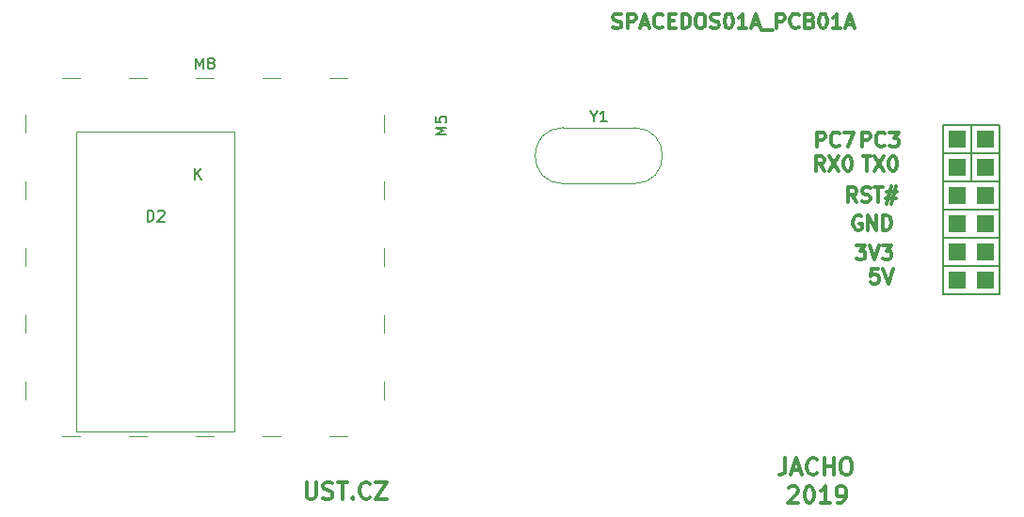
<source format=gbr>
%TF.GenerationSoftware,KiCad,Pcbnew,6.0.4-6f826c9f35~116~ubuntu20.04.1*%
%TF.CreationDate,2022-04-16T22:40:28+00:00*%
%TF.ProjectId,USTSIPIN01,55535453-4950-4494-9e30-312e6b696361,REV*%
%TF.SameCoordinates,Original*%
%TF.FileFunction,Legend,Top*%
%TF.FilePolarity,Positive*%
%FSLAX46Y46*%
G04 Gerber Fmt 4.6, Leading zero omitted, Abs format (unit mm)*
G04 Created by KiCad (PCBNEW 6.0.4-6f826c9f35~116~ubuntu20.04.1) date 2022-04-16 22:40:28*
%MOMM*%
%LPD*%
G01*
G04 APERTURE LIST*
%ADD10C,0.300000*%
%ADD11C,0.150000*%
%ADD12C,0.100000*%
%ADD13C,0.120000*%
%ADD14R,1.524000X1.524000*%
G04 APERTURE END LIST*
D10*
X75911809Y30399904D02*
X75478476Y31018952D01*
X75168952Y30399904D02*
X75168952Y31699904D01*
X75664190Y31699904D01*
X75788000Y31638000D01*
X75849904Y31576095D01*
X75911809Y31452285D01*
X75911809Y31266571D01*
X75849904Y31142761D01*
X75788000Y31080857D01*
X75664190Y31018952D01*
X75168952Y31018952D01*
X76407047Y30461809D02*
X76592761Y30399904D01*
X76902285Y30399904D01*
X77026095Y30461809D01*
X77088000Y30523714D01*
X77149904Y30647523D01*
X77149904Y30771333D01*
X77088000Y30895142D01*
X77026095Y30957047D01*
X76902285Y31018952D01*
X76654666Y31080857D01*
X76530857Y31142761D01*
X76468952Y31204666D01*
X76407047Y31328476D01*
X76407047Y31452285D01*
X76468952Y31576095D01*
X76530857Y31638000D01*
X76654666Y31699904D01*
X76964190Y31699904D01*
X77149904Y31638000D01*
X77521333Y31699904D02*
X78264190Y31699904D01*
X77892761Y30399904D02*
X77892761Y31699904D01*
X78635619Y31266571D02*
X79564190Y31266571D01*
X79007047Y31823714D02*
X78635619Y30152285D01*
X79440380Y30709428D02*
X78511809Y30709428D01*
X79068952Y30152285D02*
X79440380Y31823714D01*
X54025619Y46082809D02*
X54211333Y46020904D01*
X54520857Y46020904D01*
X54644666Y46082809D01*
X54706571Y46144714D01*
X54768476Y46268523D01*
X54768476Y46392333D01*
X54706571Y46516142D01*
X54644666Y46578047D01*
X54520857Y46639952D01*
X54273238Y46701857D01*
X54149428Y46763761D01*
X54087523Y46825666D01*
X54025619Y46949476D01*
X54025619Y47073285D01*
X54087523Y47197095D01*
X54149428Y47259000D01*
X54273238Y47320904D01*
X54582761Y47320904D01*
X54768476Y47259000D01*
X55325619Y46020904D02*
X55325619Y47320904D01*
X55820857Y47320904D01*
X55944666Y47259000D01*
X56006571Y47197095D01*
X56068476Y47073285D01*
X56068476Y46887571D01*
X56006571Y46763761D01*
X55944666Y46701857D01*
X55820857Y46639952D01*
X55325619Y46639952D01*
X56563714Y46392333D02*
X57182761Y46392333D01*
X56439904Y46020904D02*
X56873238Y47320904D01*
X57306571Y46020904D01*
X58482761Y46144714D02*
X58420857Y46082809D01*
X58235142Y46020904D01*
X58111333Y46020904D01*
X57925619Y46082809D01*
X57801809Y46206619D01*
X57739904Y46330428D01*
X57678000Y46578047D01*
X57678000Y46763761D01*
X57739904Y47011380D01*
X57801809Y47135190D01*
X57925619Y47259000D01*
X58111333Y47320904D01*
X58235142Y47320904D01*
X58420857Y47259000D01*
X58482761Y47197095D01*
X59039904Y46701857D02*
X59473238Y46701857D01*
X59658952Y46020904D02*
X59039904Y46020904D01*
X59039904Y47320904D01*
X59658952Y47320904D01*
X60216095Y46020904D02*
X60216095Y47320904D01*
X60525619Y47320904D01*
X60711333Y47259000D01*
X60835142Y47135190D01*
X60897047Y47011380D01*
X60958952Y46763761D01*
X60958952Y46578047D01*
X60897047Y46330428D01*
X60835142Y46206619D01*
X60711333Y46082809D01*
X60525619Y46020904D01*
X60216095Y46020904D01*
X61763714Y47320904D02*
X62011333Y47320904D01*
X62135142Y47259000D01*
X62258952Y47135190D01*
X62320857Y46887571D01*
X62320857Y46454238D01*
X62258952Y46206619D01*
X62135142Y46082809D01*
X62011333Y46020904D01*
X61763714Y46020904D01*
X61639904Y46082809D01*
X61516095Y46206619D01*
X61454190Y46454238D01*
X61454190Y46887571D01*
X61516095Y47135190D01*
X61639904Y47259000D01*
X61763714Y47320904D01*
X62816095Y46082809D02*
X63001809Y46020904D01*
X63311333Y46020904D01*
X63435142Y46082809D01*
X63497047Y46144714D01*
X63558952Y46268523D01*
X63558952Y46392333D01*
X63497047Y46516142D01*
X63435142Y46578047D01*
X63311333Y46639952D01*
X63063714Y46701857D01*
X62939904Y46763761D01*
X62878000Y46825666D01*
X62816095Y46949476D01*
X62816095Y47073285D01*
X62878000Y47197095D01*
X62939904Y47259000D01*
X63063714Y47320904D01*
X63373238Y47320904D01*
X63558952Y47259000D01*
X64363714Y47320904D02*
X64487523Y47320904D01*
X64611333Y47259000D01*
X64673238Y47197095D01*
X64735142Y47073285D01*
X64797047Y46825666D01*
X64797047Y46516142D01*
X64735142Y46268523D01*
X64673238Y46144714D01*
X64611333Y46082809D01*
X64487523Y46020904D01*
X64363714Y46020904D01*
X64239904Y46082809D01*
X64178000Y46144714D01*
X64116095Y46268523D01*
X64054190Y46516142D01*
X64054190Y46825666D01*
X64116095Y47073285D01*
X64178000Y47197095D01*
X64239904Y47259000D01*
X64363714Y47320904D01*
X66035142Y46020904D02*
X65292285Y46020904D01*
X65663714Y46020904D02*
X65663714Y47320904D01*
X65539904Y47135190D01*
X65416095Y47011380D01*
X65292285Y46949476D01*
X66530380Y46392333D02*
X67149428Y46392333D01*
X66406571Y46020904D02*
X66839904Y47320904D01*
X67273238Y46020904D01*
X67397047Y45897095D02*
X68387523Y45897095D01*
X68697047Y46020904D02*
X68697047Y47320904D01*
X69192285Y47320904D01*
X69316095Y47259000D01*
X69378000Y47197095D01*
X69439904Y47073285D01*
X69439904Y46887571D01*
X69378000Y46763761D01*
X69316095Y46701857D01*
X69192285Y46639952D01*
X68697047Y46639952D01*
X70739904Y46144714D02*
X70678000Y46082809D01*
X70492285Y46020904D01*
X70368476Y46020904D01*
X70182761Y46082809D01*
X70058952Y46206619D01*
X69997047Y46330428D01*
X69935142Y46578047D01*
X69935142Y46763761D01*
X69997047Y47011380D01*
X70058952Y47135190D01*
X70182761Y47259000D01*
X70368476Y47320904D01*
X70492285Y47320904D01*
X70678000Y47259000D01*
X70739904Y47197095D01*
X71730380Y46701857D02*
X71916095Y46639952D01*
X71978000Y46578047D01*
X72039904Y46454238D01*
X72039904Y46268523D01*
X71978000Y46144714D01*
X71916095Y46082809D01*
X71792285Y46020904D01*
X71297047Y46020904D01*
X71297047Y47320904D01*
X71730380Y47320904D01*
X71854190Y47259000D01*
X71916095Y47197095D01*
X71978000Y47073285D01*
X71978000Y46949476D01*
X71916095Y46825666D01*
X71854190Y46763761D01*
X71730380Y46701857D01*
X71297047Y46701857D01*
X72844666Y47320904D02*
X72968476Y47320904D01*
X73092285Y47259000D01*
X73154190Y47197095D01*
X73216095Y47073285D01*
X73278000Y46825666D01*
X73278000Y46516142D01*
X73216095Y46268523D01*
X73154190Y46144714D01*
X73092285Y46082809D01*
X72968476Y46020904D01*
X72844666Y46020904D01*
X72720857Y46082809D01*
X72658952Y46144714D01*
X72597047Y46268523D01*
X72535142Y46516142D01*
X72535142Y46825666D01*
X72597047Y47073285D01*
X72658952Y47197095D01*
X72720857Y47259000D01*
X72844666Y47320904D01*
X74516095Y46020904D02*
X73773238Y46020904D01*
X74144666Y46020904D02*
X74144666Y47320904D01*
X74020857Y47135190D01*
X73897047Y47011380D01*
X73773238Y46949476D01*
X75011333Y46392333D02*
X75630380Y46392333D01*
X74887523Y46020904D02*
X75320857Y47320904D01*
X75754190Y46020904D01*
X76472142Y34493904D02*
X77215000Y34493904D01*
X76843571Y33193904D02*
X76843571Y34493904D01*
X77524523Y34493904D02*
X78391190Y33193904D01*
X78391190Y34493904D02*
X77524523Y33193904D01*
X79134047Y34493904D02*
X79257857Y34493904D01*
X79381666Y34432000D01*
X79443571Y34370095D01*
X79505476Y34246285D01*
X79567380Y33998666D01*
X79567380Y33689142D01*
X79505476Y33441523D01*
X79443571Y33317714D01*
X79381666Y33255809D01*
X79257857Y33193904D01*
X79134047Y33193904D01*
X79010238Y33255809D01*
X78948333Y33317714D01*
X78886428Y33441523D01*
X78824523Y33689142D01*
X78824523Y33998666D01*
X78886428Y34246285D01*
X78948333Y34370095D01*
X79010238Y34432000D01*
X79134047Y34493904D01*
X77883190Y24333904D02*
X77264142Y24333904D01*
X77202238Y23714857D01*
X77264142Y23776761D01*
X77387952Y23838666D01*
X77697476Y23838666D01*
X77821285Y23776761D01*
X77883190Y23714857D01*
X77945095Y23591047D01*
X77945095Y23281523D01*
X77883190Y23157714D01*
X77821285Y23095809D01*
X77697476Y23033904D01*
X77387952Y23033904D01*
X77264142Y23095809D01*
X77202238Y23157714D01*
X78316523Y24333904D02*
X78749857Y23033904D01*
X79183190Y24333904D01*
X73027190Y33193904D02*
X72593857Y33812952D01*
X72284333Y33193904D02*
X72284333Y34493904D01*
X72779571Y34493904D01*
X72903380Y34432000D01*
X72965285Y34370095D01*
X73027190Y34246285D01*
X73027190Y34060571D01*
X72965285Y33936761D01*
X72903380Y33874857D01*
X72779571Y33812952D01*
X72284333Y33812952D01*
X73460523Y34493904D02*
X74327190Y33193904D01*
X74327190Y34493904D02*
X73460523Y33193904D01*
X75070047Y34493904D02*
X75193857Y34493904D01*
X75317666Y34432000D01*
X75379571Y34370095D01*
X75441476Y34246285D01*
X75503380Y33998666D01*
X75503380Y33689142D01*
X75441476Y33441523D01*
X75379571Y33317714D01*
X75317666Y33255809D01*
X75193857Y33193904D01*
X75070047Y33193904D01*
X74946238Y33255809D01*
X74884333Y33317714D01*
X74822428Y33441523D01*
X74760523Y33689142D01*
X74760523Y33998666D01*
X74822428Y34246285D01*
X74884333Y34370095D01*
X74946238Y34432000D01*
X75070047Y34493904D01*
X75902238Y26492904D02*
X76707000Y26492904D01*
X76273666Y25997666D01*
X76459380Y25997666D01*
X76583190Y25935761D01*
X76645095Y25873857D01*
X76707000Y25750047D01*
X76707000Y25440523D01*
X76645095Y25316714D01*
X76583190Y25254809D01*
X76459380Y25192904D01*
X76087952Y25192904D01*
X75964142Y25254809D01*
X75902238Y25316714D01*
X77078428Y26492904D02*
X77511761Y25192904D01*
X77945095Y26492904D01*
X78254619Y26492904D02*
X79059380Y26492904D01*
X78626047Y25997666D01*
X78811761Y25997666D01*
X78935571Y25935761D01*
X78997476Y25873857D01*
X79059380Y25750047D01*
X79059380Y25440523D01*
X78997476Y25316714D01*
X78935571Y25254809D01*
X78811761Y25192904D01*
X78440333Y25192904D01*
X78316523Y25254809D01*
X78254619Y25316714D01*
X76335571Y29098000D02*
X76211761Y29159904D01*
X76026047Y29159904D01*
X75840333Y29098000D01*
X75716523Y28974190D01*
X75654619Y28850380D01*
X75592714Y28602761D01*
X75592714Y28417047D01*
X75654619Y28169428D01*
X75716523Y28045619D01*
X75840333Y27921809D01*
X76026047Y27859904D01*
X76149857Y27859904D01*
X76335571Y27921809D01*
X76397476Y27983714D01*
X76397476Y28417047D01*
X76149857Y28417047D01*
X76954619Y27859904D02*
X76954619Y29159904D01*
X77697476Y27859904D01*
X77697476Y29159904D01*
X78316523Y27859904D02*
X78316523Y29159904D01*
X78626047Y29159904D01*
X78811761Y29098000D01*
X78935571Y28974190D01*
X78997476Y28850380D01*
X79059380Y28602761D01*
X79059380Y28417047D01*
X78997476Y28169428D01*
X78935571Y28045619D01*
X78811761Y27921809D01*
X78626047Y27859904D01*
X78316523Y27859904D01*
X72349428Y35352904D02*
X72349428Y36652904D01*
X72844666Y36652904D01*
X72968476Y36591000D01*
X73030380Y36529095D01*
X73092285Y36405285D01*
X73092285Y36219571D01*
X73030380Y36095761D01*
X72968476Y36033857D01*
X72844666Y35971952D01*
X72349428Y35971952D01*
X74392285Y35476714D02*
X74330380Y35414809D01*
X74144666Y35352904D01*
X74020857Y35352904D01*
X73835142Y35414809D01*
X73711333Y35538619D01*
X73649428Y35662428D01*
X73587523Y35910047D01*
X73587523Y36095761D01*
X73649428Y36343380D01*
X73711333Y36467190D01*
X73835142Y36591000D01*
X74020857Y36652904D01*
X74144666Y36652904D01*
X74330380Y36591000D01*
X74392285Y36529095D01*
X74825619Y36652904D02*
X75692285Y36652904D01*
X75135142Y35352904D01*
X76413428Y35352904D02*
X76413428Y36652904D01*
X76908666Y36652904D01*
X77032476Y36591000D01*
X77094380Y36529095D01*
X77156285Y36405285D01*
X77156285Y36219571D01*
X77094380Y36095761D01*
X77032476Y36033857D01*
X76908666Y35971952D01*
X76413428Y35971952D01*
X78456285Y35476714D02*
X78394380Y35414809D01*
X78208666Y35352904D01*
X78084857Y35352904D01*
X77899142Y35414809D01*
X77775333Y35538619D01*
X77713428Y35662428D01*
X77651523Y35910047D01*
X77651523Y36095761D01*
X77713428Y36343380D01*
X77775333Y36467190D01*
X77899142Y36591000D01*
X78084857Y36652904D01*
X78208666Y36652904D01*
X78394380Y36591000D01*
X78456285Y36529095D01*
X78889619Y36652904D02*
X79694380Y36652904D01*
X79261047Y36157666D01*
X79446761Y36157666D01*
X79570571Y36095761D01*
X79632476Y36033857D01*
X79694380Y35910047D01*
X79694380Y35600523D01*
X79632476Y35476714D01*
X79570571Y35414809D01*
X79446761Y35352904D01*
X79075333Y35352904D01*
X78951523Y35414809D01*
X78889619Y35476714D01*
X26436285Y5139428D02*
X26436285Y3925142D01*
X26507714Y3782285D01*
X26579142Y3710857D01*
X26722000Y3639428D01*
X27007714Y3639428D01*
X27150571Y3710857D01*
X27222000Y3782285D01*
X27293428Y3925142D01*
X27293428Y5139428D01*
X27936285Y3710857D02*
X28150571Y3639428D01*
X28507714Y3639428D01*
X28650571Y3710857D01*
X28722000Y3782285D01*
X28793428Y3925142D01*
X28793428Y4068000D01*
X28722000Y4210857D01*
X28650571Y4282285D01*
X28507714Y4353714D01*
X28222000Y4425142D01*
X28079142Y4496571D01*
X28007714Y4568000D01*
X27936285Y4710857D01*
X27936285Y4853714D01*
X28007714Y4996571D01*
X28079142Y5068000D01*
X28222000Y5139428D01*
X28579142Y5139428D01*
X28793428Y5068000D01*
X29222000Y5139428D02*
X30079142Y5139428D01*
X29650571Y3639428D02*
X29650571Y5139428D01*
X30579142Y3782285D02*
X30650571Y3710857D01*
X30579142Y3639428D01*
X30507714Y3710857D01*
X30579142Y3782285D01*
X30579142Y3639428D01*
X32150571Y3782285D02*
X32079142Y3710857D01*
X31864857Y3639428D01*
X31722000Y3639428D01*
X31507714Y3710857D01*
X31364857Y3853714D01*
X31293428Y3996571D01*
X31222000Y4282285D01*
X31222000Y4496571D01*
X31293428Y4782285D01*
X31364857Y4925142D01*
X31507714Y5068000D01*
X31722000Y5139428D01*
X31864857Y5139428D01*
X32079142Y5068000D01*
X32150571Y4996571D01*
X32650571Y5139428D02*
X33650571Y5139428D01*
X32650571Y3639428D01*
X33650571Y3639428D01*
X69513000Y7298428D02*
X69513000Y6227000D01*
X69441571Y6012714D01*
X69298714Y5869857D01*
X69084428Y5798428D01*
X68941571Y5798428D01*
X70155857Y6227000D02*
X70870142Y6227000D01*
X70013000Y5798428D02*
X70513000Y7298428D01*
X71013000Y5798428D01*
X72370142Y5941285D02*
X72298714Y5869857D01*
X72084428Y5798428D01*
X71941571Y5798428D01*
X71727285Y5869857D01*
X71584428Y6012714D01*
X71513000Y6155571D01*
X71441571Y6441285D01*
X71441571Y6655571D01*
X71513000Y6941285D01*
X71584428Y7084142D01*
X71727285Y7227000D01*
X71941571Y7298428D01*
X72084428Y7298428D01*
X72298714Y7227000D01*
X72370142Y7155571D01*
X73013000Y5798428D02*
X73013000Y7298428D01*
X73013000Y6584142D02*
X73870142Y6584142D01*
X73870142Y5798428D02*
X73870142Y7298428D01*
X74870142Y7298428D02*
X75155857Y7298428D01*
X75298714Y7227000D01*
X75441571Y7084142D01*
X75513000Y6798428D01*
X75513000Y6298428D01*
X75441571Y6012714D01*
X75298714Y5869857D01*
X75155857Y5798428D01*
X74870142Y5798428D01*
X74727285Y5869857D01*
X74584428Y6012714D01*
X74513000Y6298428D01*
X74513000Y6798428D01*
X74584428Y7084142D01*
X74727285Y7227000D01*
X74870142Y7298428D01*
X69818571Y4615571D02*
X69890000Y4687000D01*
X70032857Y4758428D01*
X70390000Y4758428D01*
X70532857Y4687000D01*
X70604285Y4615571D01*
X70675714Y4472714D01*
X70675714Y4329857D01*
X70604285Y4115571D01*
X69747142Y3258428D01*
X70675714Y3258428D01*
X71604285Y4758428D02*
X71747142Y4758428D01*
X71890000Y4687000D01*
X71961428Y4615571D01*
X72032857Y4472714D01*
X72104285Y4187000D01*
X72104285Y3829857D01*
X72032857Y3544142D01*
X71961428Y3401285D01*
X71890000Y3329857D01*
X71747142Y3258428D01*
X71604285Y3258428D01*
X71461428Y3329857D01*
X71390000Y3401285D01*
X71318571Y3544142D01*
X71247142Y3829857D01*
X71247142Y4187000D01*
X71318571Y4472714D01*
X71390000Y4615571D01*
X71461428Y4687000D01*
X71604285Y4758428D01*
X73532857Y3258428D02*
X72675714Y3258428D01*
X73104285Y3258428D02*
X73104285Y4758428D01*
X72961428Y4544142D01*
X72818571Y4401285D01*
X72675714Y4329857D01*
X74247142Y3258428D02*
X74532857Y3258428D01*
X74675714Y3329857D01*
X74747142Y3401285D01*
X74890000Y3615571D01*
X74961428Y3901285D01*
X74961428Y4472714D01*
X74890000Y4615571D01*
X74818571Y4687000D01*
X74675714Y4758428D01*
X74390000Y4758428D01*
X74247142Y4687000D01*
X74175714Y4615571D01*
X74104285Y4472714D01*
X74104285Y4115571D01*
X74175714Y3972714D01*
X74247142Y3901285D01*
X74390000Y3829857D01*
X74675714Y3829857D01*
X74818571Y3901285D01*
X74890000Y3972714D01*
X74961428Y4115571D01*
D11*
%TO.C,D2*%
X12121904Y28617619D02*
X12121904Y29617619D01*
X12360000Y29617619D01*
X12502857Y29570000D01*
X12598095Y29474761D01*
X12645714Y29379523D01*
X12693333Y29189047D01*
X12693333Y29046190D01*
X12645714Y28855714D01*
X12598095Y28760476D01*
X12502857Y28665238D01*
X12360000Y28617619D01*
X12121904Y28617619D01*
X13074285Y29522380D02*
X13121904Y29570000D01*
X13217142Y29617619D01*
X13455238Y29617619D01*
X13550476Y29570000D01*
X13598095Y29522380D01*
X13645714Y29427142D01*
X13645714Y29331904D01*
X13598095Y29189047D01*
X13026666Y28617619D01*
X13645714Y28617619D01*
X16408095Y32427619D02*
X16408095Y33427619D01*
X16979523Y32427619D02*
X16550952Y32999047D01*
X16979523Y33427619D02*
X16408095Y32856190D01*
%TO.C,M5*%
X39038380Y36423476D02*
X38038380Y36423476D01*
X38752666Y36756809D01*
X38038380Y37090142D01*
X39038380Y37090142D01*
X38038380Y38042523D02*
X38038380Y37566333D01*
X38514571Y37518714D01*
X38466952Y37566333D01*
X38419333Y37661571D01*
X38419333Y37899666D01*
X38466952Y37994904D01*
X38514571Y38042523D01*
X38609809Y38090142D01*
X38847904Y38090142D01*
X38943142Y38042523D01*
X38990761Y37994904D01*
X39038380Y37899666D01*
X39038380Y37661571D01*
X38990761Y37566333D01*
X38943142Y37518714D01*
%TO.C,M8*%
X16462476Y42347619D02*
X16462476Y43347619D01*
X16795809Y42633333D01*
X17129142Y43347619D01*
X17129142Y42347619D01*
X17748190Y42919047D02*
X17652952Y42966666D01*
X17605333Y43014285D01*
X17557714Y43109523D01*
X17557714Y43157142D01*
X17605333Y43252380D01*
X17652952Y43300000D01*
X17748190Y43347619D01*
X17938666Y43347619D01*
X18033904Y43300000D01*
X18081523Y43252380D01*
X18129142Y43157142D01*
X18129142Y43109523D01*
X18081523Y43014285D01*
X18033904Y42966666D01*
X17938666Y42919047D01*
X17748190Y42919047D01*
X17652952Y42871428D01*
X17605333Y42823809D01*
X17557714Y42728571D01*
X17557714Y42538095D01*
X17605333Y42442857D01*
X17652952Y42395238D01*
X17748190Y42347619D01*
X17938666Y42347619D01*
X18033904Y42395238D01*
X18081523Y42442857D01*
X18129142Y42538095D01*
X18129142Y42728571D01*
X18081523Y42823809D01*
X18033904Y42871428D01*
X17938666Y42919047D01*
%TO.C,Y1*%
X52255809Y38092809D02*
X52255809Y37616619D01*
X51922476Y38616619D02*
X52255809Y38092809D01*
X52589142Y38616619D01*
X53446285Y37616619D02*
X52874857Y37616619D01*
X53160571Y37616619D02*
X53160571Y38616619D01*
X53065333Y38473761D01*
X52970095Y38378523D01*
X52874857Y38330904D01*
%TO.C,J1*%
X88773000Y27178000D02*
X88773000Y24638000D01*
X83693000Y27178000D02*
X88773000Y27178000D01*
X83693000Y24638000D02*
X83693000Y27178000D01*
X88773000Y24638000D02*
X83693000Y24638000D01*
%TO.C,J2*%
X83693000Y29718000D02*
X88773000Y29718000D01*
X83693000Y27178000D02*
X83693000Y29718000D01*
X88773000Y29718000D02*
X88773000Y27178000D01*
X88773000Y27178000D02*
X83693000Y27178000D01*
%TO.C,J3*%
X83693000Y24638000D02*
X88773000Y24638000D01*
X88773000Y22098000D02*
X83693000Y22098000D01*
X88773000Y24638000D02*
X88773000Y22098000D01*
X83693000Y22098000D02*
X83693000Y24638000D01*
D12*
%TO.C,D2*%
X5760000Y9690000D02*
X5760000Y36690000D01*
X19960000Y9690000D02*
X19960000Y36690000D01*
X19960000Y9690000D02*
X5760000Y9690000D01*
X19960000Y36690000D02*
X5760000Y36690000D01*
D11*
%TO.C,J4*%
X83693000Y34798000D02*
X83693000Y37338000D01*
X83693000Y37338000D02*
X86233000Y37338000D01*
X86233000Y34798000D02*
X83693000Y34798000D01*
X86233000Y37338000D02*
X86233000Y34798000D01*
%TO.C,J5*%
X86233000Y37338000D02*
X88773000Y37338000D01*
X86233000Y34798000D02*
X86233000Y37338000D01*
X88773000Y34798000D02*
X86233000Y34798000D01*
X88773000Y37338000D02*
X88773000Y34798000D01*
%TO.C,J6*%
X83693000Y32258000D02*
X83693000Y34798000D01*
X86233000Y34798000D02*
X86233000Y32258000D01*
X83693000Y34798000D02*
X86233000Y34798000D01*
X86233000Y32258000D02*
X83693000Y32258000D01*
%TO.C,J7*%
X88773000Y34798000D02*
X88773000Y32258000D01*
X86233000Y32258000D02*
X86233000Y34798000D01*
X86233000Y34798000D02*
X88773000Y34798000D01*
X88773000Y32258000D02*
X86233000Y32258000D01*
%TO.C,J19*%
X88773000Y29718000D02*
X83693000Y29718000D01*
X83693000Y32258000D02*
X88773000Y32258000D01*
X88773000Y32258000D02*
X88773000Y29718000D01*
X83693000Y29718000D02*
X83693000Y32258000D01*
D13*
%TO.C,M8*%
X1122000Y32200000D02*
X1122000Y30600000D01*
X16472000Y41550000D02*
X18072000Y41550000D01*
X33422000Y14200000D02*
X33422000Y12600000D01*
X1122000Y38200000D02*
X1122000Y36600000D01*
X33422000Y26200000D02*
X33422000Y24600000D01*
X22472000Y9250000D02*
X24072000Y9250000D01*
X4472000Y9250000D02*
X6072000Y9250000D01*
X1122000Y14200000D02*
X1122000Y12600000D01*
X1122000Y26200000D02*
X1122000Y24600000D01*
X10472000Y9250000D02*
X12072000Y9250000D01*
X4472000Y41550000D02*
X6072000Y41550000D01*
X28472000Y41550000D02*
X30072000Y41550000D01*
X22472000Y41550000D02*
X24072000Y41550000D01*
X33422000Y32200000D02*
X33422000Y30600000D01*
X10472000Y41550000D02*
X12072000Y41550000D01*
X28472000Y9250000D02*
X30072000Y9250000D01*
X1122000Y20200000D02*
X1122000Y18600000D01*
X33422000Y20200000D02*
X33422000Y18600000D01*
X33422000Y38200000D02*
X33422000Y36600000D01*
X16472000Y9250000D02*
X18072000Y9250000D01*
%TO.C,Y1*%
X49532000Y37069000D02*
X55932000Y37069000D01*
X49532000Y32019000D02*
X55932000Y32019000D01*
X55932000Y32019000D02*
G75*
G03*
X55932000Y37069000I0J2525000D01*
G01*
X49532000Y37069000D02*
G75*
G03*
X49532000Y32019000I0J-2525000D01*
G01*
%TD*%
D14*
%TO.C,J1*%
X84963000Y25908000D03*
X87503000Y25908000D03*
%TD*%
%TO.C,J2*%
X84963000Y28448000D03*
X87503000Y28448000D03*
%TD*%
%TO.C,J3*%
X84963000Y23368000D03*
X87503000Y23368000D03*
%TD*%
%TO.C,J4*%
X84963000Y36068000D03*
%TD*%
%TO.C,J5*%
X87503000Y36068000D03*
%TD*%
%TO.C,J6*%
X84963000Y33528000D03*
%TD*%
%TO.C,J7*%
X87503000Y33528000D03*
%TD*%
%TO.C,J19*%
X84963000Y30988000D03*
X87503000Y30988000D03*
%TD*%
M02*

</source>
